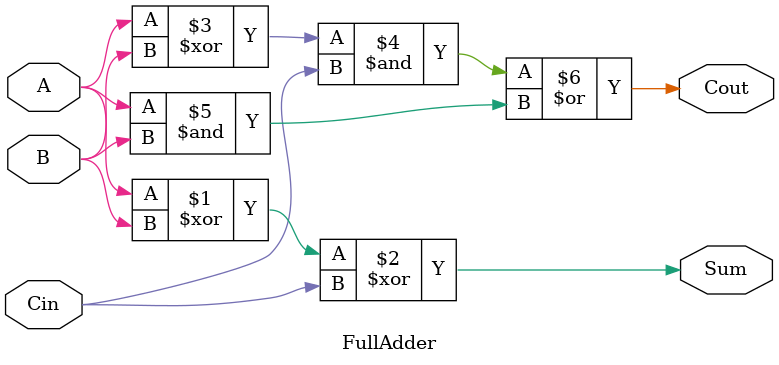
<source format=v>
module FullAdder (A,B,Cin,Sum,Cout);
    input A,B,Cin;
    output Sum,Cout;
    
    assign Sum = A ^ B ^ Cin; 
    assign Cout = ((A ^ B) & Cin) | (A & B); 
endmodule

</source>
